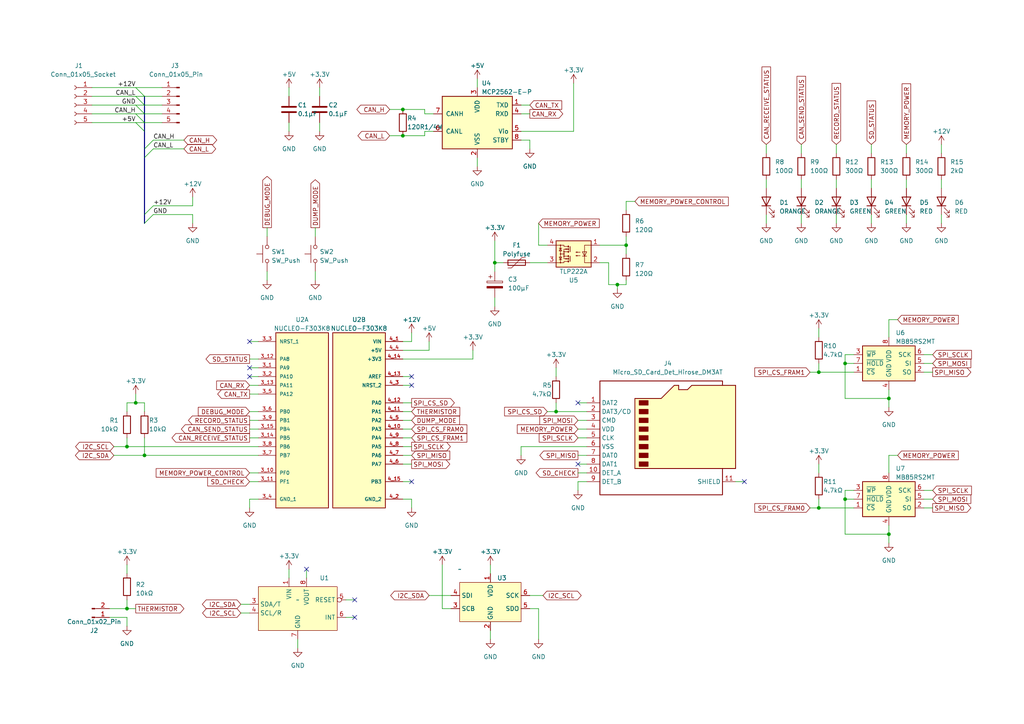
<source format=kicad_sch>
(kicad_sch (version 20230121) (generator eeschema)
  (paper "A4")
  (lib_symbols
    (symbol "Akizuki_BME280_Module:BME280"
      (property "Reference" "U" (at 12.7 2.54 0))
      (symbol "BME280_1_1"
        (pin power_in line (at 8.89 2.54 270) (length 2.54) (name "VDD") (number "1"))
        (pin power_in line (at 8.89 -13.97 90) (length 2.54) (name "GND") (number "2"))
        (pin power_in line (at -2.54 -7.62 0) (length 2.54) (name "SCB") (number "3"))
        (pin input line (at -2.54 -3.81 0) (length 2.54) (name "SDI") (number "4"))
        (pin output line (at 20.32 -7.62 180) (length 2.54) (name "SDO") (number "5"))
        (pin input line (at 20.32 -3.81 180) (length 2.54) (name "SCK") (number "6"))
      )
    )
    (symbol "Akizuki_BNO055_Module:BNO055"
      (property "Reference" "U" (at 6.35 5.08 0))
      (symbol "BNO055_1_1"
        (pin power_in line (at -2.54 6.35 270) (length 2.54) (name "VIN") (number "1"))
        (pin bidirectional line (at -13.97 -1.27 0) (length 2.54) (name "SDA/T") (number "3"))
        (pin bidirectional line (at -13.97 -3.81 0) (length 2.54) (name "SCL/R") (number "4"))
        (pin input inverted (at 13.97 0 180) (length 2.54) (name "RESET") (number "5"))
        (pin output line (at 13.97 -5.08 180) (length 2.54) (name "INT") (number "6"))
        (pin power_in line (at 0 -11.43 90) (length 2.54) (name "GND") (number "7"))
        (pin power_out line (at 2.54 6.35 270) (length 2.54) (name "VOUT") (number "8"))
      )
    )
    (symbol "Connector:Conn_01x02_Pin" (pin_names (offset 1.016) hide)
      (property "Reference" "J" (at 0 2.54 0))
      (property "Value" "Conn_01x02_Pin" (at 0 -5.08 0))
      (symbol "Conn_01x02_Pin_1_1"
        (pin passive line (at 5.08 0 180) (length 3.81) (name "Pin_1") (number "1"))
        (pin passive line (at 5.08 -2.54 180) (length 3.81) (name "Pin_2") (number "2"))
      )
    )
    (symbol "Connector:Conn_01x05_Pin" (pin_names (offset 1.016) hide)
      (property "Reference" "J" (at 0 7.62 0))
      (property "Value" "Conn_01x05_Pin" (at 0 -7.62 0))
      (symbol "Conn_01x05_Pin_1_1"
        (pin passive line (at 5.08 5.08 180) (length 3.81) (name "Pin_1") (number "1"))
        (pin passive line (at 5.08 2.54 180) (length 3.81) (name "Pin_2") (number "2"))
        (pin passive line (at 5.08 0 180) (length 3.81) (name "Pin_3") (number "3"))
        (pin passive line (at 5.08 -2.54 180) (length 3.81) (name "Pin_4") (number "4"))
        (pin passive line (at 5.08 -5.08 180) (length 3.81) (name "Pin_5") (number "5"))
      )
    )
    (symbol "Connector:Conn_01x05_Socket" (pin_names (offset 1.016) hide)
      (property "Reference" "J" (at 0 7.62 0))
      (property "Value" "Conn_01x05_Socket" (at 0 -7.62 0))
      (symbol "Conn_01x05_Socket_1_1"
        (pin passive line (at -5.08 5.08 0) (length 3.81) (name "Pin_1") (number "1"))
        (pin passive line (at -5.08 2.54 0) (length 3.81) (name "Pin_2") (number "2"))
        (pin passive line (at -5.08 0 0) (length 3.81) (name "Pin_3") (number "3"))
        (pin passive line (at -5.08 -2.54 0) (length 3.81) (name "Pin_4") (number "4"))
        (pin passive line (at -5.08 -5.08 0) (length 3.81) (name "Pin_5") (number "5"))
      )
    )
    (symbol "Connector:Micro_SD_Card_Det_Hirose_DM3AT"
      (property "Reference" "J" (at -16.51 17.78 0))
      (property "Value" "Micro_SD_Card_Det_Hirose_DM3AT" (at 16.51 17.78 0))
      (symbol "Micro_SD_Card_Det_Hirose_DM3AT_1_1"
        (pin bidirectional line (at -22.86 10.16 0) (length 3.81) (name "DAT2") (number "1"))
        (pin passive line (at -22.86 -10.16 0) (length 3.81) (name "DET_A") (number "10"))
        (pin passive line (at 20.32 -12.7 180) (length 3.81) (name "SHIELD") (number "11"))
        (pin bidirectional line (at -22.86 7.62 0) (length 3.81) (name "DAT3/CD") (number "2"))
        (pin input line (at -22.86 5.08 0) (length 3.81) (name "CMD") (number "3"))
        (pin power_in line (at -22.86 2.54 0) (length 3.81) (name "VDD") (number "4"))
        (pin input line (at -22.86 0 0) (length 3.81) (name "CLK") (number "5"))
        (pin power_in line (at -22.86 -2.54 0) (length 3.81) (name "VSS") (number "6"))
        (pin bidirectional line (at -22.86 -5.08 0) (length 3.81) (name "DAT0") (number "7"))
        (pin bidirectional line (at -22.86 -7.62 0) (length 3.81) (name "DAT1") (number "8"))
        (pin passive line (at -22.86 -12.7 0) (length 3.81) (name "DET_B") (number "9"))
      )
    )
    (symbol "Device:C" (pin_numbers hide) (pin_names (offset 0.254))
      (property "Reference" "C" (at 0.635 2.54 0))
      (property "Value" "C" (at 0.635 -2.54 0))
      (symbol "C_1_1"
        (pin passive line (at 0 3.81 270) (length 2.794) (name "~") (number "1"))
        (pin passive line (at 0 -3.81 90) (length 2.794) (name "~") (number "2"))
      )
    )
    (symbol "Device:C_Polarized" (pin_numbers hide) (pin_names (offset 0.254))
      (property "Reference" "C" (at 0.635 2.54 0))
      (property "Value" "C_Polarized" (at 0.635 -2.54 0))
      (symbol "C_Polarized_1_1"
        (pin passive line (at 0 3.81 270) (length 2.794) (name "~") (number "1"))
        (pin passive line (at 0 -3.81 90) (length 2.794) (name "~") (number "2"))
      )
    )
    (symbol "Device:LED" (pin_numbers hide) (pin_names (offset 1.016) hide)
      (property "Reference" "D" (at 0 2.54 0))
      (property "Value" "LED" (at 0 -2.54 0))
      (symbol "LED_1_1"
        (pin passive line (at -3.81 0 0) (length 2.54) (name "K") (number "1"))
        (pin passive line (at 3.81 0 180) (length 2.54) (name "A") (number "2"))
      )
    )
    (symbol "Device:Polyfuse" (pin_numbers hide) (pin_names (offset 0))
      (property "Reference" "F" (at -2.54 0 90))
      (property "Value" "Polyfuse" (at 2.54 0 90))
      (symbol "Polyfuse_1_1"
        (pin passive line (at 0 3.81 270) (length 1.27) (name "~") (number "1"))
        (pin passive line (at 0 -3.81 90) (length 1.27) (name "~") (number "2"))
      )
    )
    (symbol "Device:R" (pin_numbers hide) (pin_names (offset 0))
      (property "Reference" "R" (at 2.032 0 90))
      (property "Value" "R" (at 0 0 90))
      (symbol "R_1_1"
        (pin passive line (at 0 3.81 270) (length 1.27) (name "~") (number "1"))
        (pin passive line (at 0 -3.81 90) (length 1.27) (name "~") (number "2"))
      )
    )
    (symbol "Interface_CAN_LIN:MCP2562-E-P" (pin_names (offset 1.016))
      (property "Reference" "U" (at -10.16 8.89 0))
      (property "Value" "MCP2562-E-P" (at 2.54 8.89 0))
      (symbol "MCP2562-E-P_1_1"
        (pin input line (at -12.7 5.08 0) (length 2.54) (name "TXD") (number "1"))
        (pin power_in line (at 0 -10.16 90) (length 2.54) (name "VSS") (number "2"))
        (pin power_in line (at 0 10.16 270) (length 2.54) (name "VDD") (number "3"))
        (pin output line (at -12.7 2.54 0) (length 2.54) (name "RXD") (number "4"))
        (pin power_in line (at -12.7 -2.54 0) (length 2.54) (name "Vio") (number "5"))
        (pin bidirectional line (at 12.7 -2.54 180) (length 2.54) (name "CANL") (number "6"))
        (pin bidirectional line (at 12.7 2.54 180) (length 2.54) (name "CANH") (number "7"))
        (pin input line (at -12.7 -5.08 0) (length 2.54) (name "STBY") (number "8"))
      )
    )
    (symbol "Memory_NVRAM:MB85RS2MT" (pin_names (offset 1.016))
      (property "Reference" "U" (at -7.62 6.35 0))
      (property "Value" "MB85RS2MT" (at 1.27 6.35 0))
      (symbol "MB85RS2MT_1_1"
        (pin input line (at -10.16 -2.54 0) (length 2.54) (name "~{CS}") (number "1"))
        (pin output line (at 10.16 -2.54 180) (length 2.54) (name "SO") (number "2"))
        (pin input line (at -10.16 2.54 0) (length 2.54) (name "~{WP}") (number "3"))
        (pin power_in line (at 0 -7.62 90) (length 2.54) (name "GND") (number "4"))
        (pin input line (at 10.16 0 180) (length 2.54) (name "SI") (number "5"))
        (pin input line (at 10.16 2.54 180) (length 2.54) (name "SCK") (number "6"))
        (pin input line (at -10.16 0 0) (length 2.54) (name "~{HOLD}") (number "7"))
        (pin power_in line (at 0 7.62 270) (length 2.54) (name "VDD") (number "8"))
      )
    )
    (symbol "NUCLEO-F303K8:NUCLEO-F303K8" (pin_names (offset 1.016))
      (property "Reference" "U" (at -7.6292 25.9456 0))
      (property "Value" "NUCLEO-F303K8" (at -7.6233 -27.7005 0))
      (symbol "NUCLEO-F303K8_1_0"
        (pin bidirectional line (at 12.7 15.24 180) (length 5.08) (name "PA9") (number "3_1"))
        (pin bidirectional line (at 12.7 -15.24 180) (length 5.08) (name "PF0") (number "3_10"))
        (pin bidirectional line (at 12.7 -17.78 180) (length 5.08) (name "PF1") (number "3_11"))
        (pin bidirectional line (at 12.7 17.78 180) (length 5.08) (name "PA8") (number "3_12"))
        (pin bidirectional line (at 12.7 10.16 180) (length 5.08) (name "PA11") (number "3_13"))
        (pin bidirectional line (at 12.7 -5.08 180) (length 5.08) (name "PB5") (number "3_14"))
        (pin bidirectional line (at 12.7 -2.54 180) (length 5.08) (name "PB4") (number "3_15"))
        (pin bidirectional line (at 12.7 12.7 180) (length 5.08) (name "PA10") (number "3_2"))
        (pin bidirectional line (at 12.7 22.86 180) (length 5.08) (name "NRST_1") (number "3_3"))
        (pin power_in line (at 12.7 -22.86 180) (length 5.08) (name "GND_1") (number "3_4"))
        (pin bidirectional line (at 12.7 7.62 180) (length 5.08) (name "PA12") (number "3_5"))
        (pin bidirectional line (at 12.7 2.54 180) (length 5.08) (name "PB0") (number "3_6"))
        (pin bidirectional line (at 12.7 -10.16 180) (length 5.08) (name "PB7") (number "3_7"))
        (pin bidirectional line (at 12.7 -7.62 180) (length 5.08) (name "PB6") (number "3_8"))
        (pin bidirectional line (at 12.7 0 180) (length 5.08) (name "PB1") (number "3_9"))
      )
      (symbol "NUCLEO-F303K8_2_0"
        (pin power_in line (at 12.7 22.86 180) (length 5.08) (name "VIN") (number "4_1"))
        (pin bidirectional line (at 12.7 -2.54 180) (length 5.08) (name "PA3") (number "4_10"))
        (pin bidirectional line (at 12.7 2.54 180) (length 5.08) (name "PA1") (number "4_11"))
        (pin bidirectional line (at 12.7 5.08 180) (length 5.08) (name "PA0") (number "4_12"))
        (pin bidirectional line (at 12.7 12.7 180) (length 5.08) (name "AREF") (number "4_13"))
        (pin power_in line (at 12.7 17.78 180) (length 5.08) (name "+3V3") (number "4_14"))
        (pin bidirectional line (at 12.7 -17.78 180) (length 5.08) (name "PB3") (number "4_15"))
        (pin power_in line (at 12.7 -22.86 180) (length 5.08) (name "GND_2") (number "4_2"))
        (pin bidirectional line (at 12.7 10.16 180) (length 5.08) (name "NRST_2") (number "4_3"))
        (pin power_in line (at 12.7 20.32 180) (length 5.08) (name "+5V") (number "4_4"))
        (pin bidirectional line (at 12.7 0 180) (length 5.08) (name "PA2") (number "4_5"))
        (pin bidirectional line (at 12.7 -12.7 180) (length 5.08) (name "PA7") (number "4_6"))
        (pin bidirectional line (at 12.7 -10.16 180) (length 5.08) (name "PA6") (number "4_7"))
        (pin bidirectional line (at 12.7 -7.62 180) (length 5.08) (name "PA5") (number "4_8"))
        (pin bidirectional line (at 12.7 -5.08 180) (length 5.08) (name "PA4") (number "4_9"))
      )
    )
    (symbol "Relay_SolidState:TLP222A"
      (property "Reference" "U" (at -5.08 5.08 0))
      (property "Value" "TLP222A" (at 0 5.08 0))
      (symbol "TLP222A_1_1"
        (pin passive line (at -7.62 2.54 0) (length 2.54) (name "~") (number "1"))
        (pin passive line (at -7.62 -2.54 0) (length 2.54) (name "~") (number "2"))
        (pin passive line (at 7.62 -2.54 180) (length 2.54) (name "~") (number "3"))
        (pin passive line (at 7.62 2.54 180) (length 2.54) (name "~") (number "4"))
      )
    )
    (symbol "Switch:SW_Push" (pin_numbers hide) (pin_names (offset 1.016) hide)
      (property "Reference" "SW" (at 1.27 2.54 0))
      (property "Value" "SW_Push" (at 0 -1.524 0))
      (symbol "SW_Push_0_1"
        (pin passive line (at -5.08 0 0) (length 2.54) (name "1") (number "1"))
        (pin passive line (at 5.08 0 180) (length 2.54) (name "2") (number "2"))
      )
    )
    (symbol "power:+12V" (power) (pin_names (offset 0))
      (property "Value" "+12V" (at 0 3.556 0))
      (symbol "+12V_1_1"
        (pin power_in line (at 0 0 90) (length 0) hide (name "+12V") (number "1"))
      )
    )
    (symbol "power:+3.3V" (power) (pin_names (offset 0))
      (property "Value" "+3.3V" (at 0 3.556 0))
      (symbol "+3.3V_1_1"
        (pin power_in line (at 0 0 90) (length 0) hide (name "+3.3V") (number "1"))
      )
    )
    (symbol "power:+5V" (power) (pin_names (offset 0))
      (property "Value" "+5V" (at 0 3.556 0))
      (symbol "+5V_1_1"
        (pin power_in line (at 0 0 90) (length 0) hide (name "+5V") (number "1"))
      )
    )
    (symbol "power:GND" (power) (pin_names (offset 0))
      (property "Value" "GND" (at 0 -3.81 0))
      (symbol "GND_1_1"
        (pin power_in line (at 0 0 270) (length 0) hide (name "GND") (number "1"))
      )
    )
  )
  (junction (at 237.49 107.95))
  (junction (at 41.91 132.08))
  (junction (at 245.11 105.41))
  (junction (at 36.83 176.53))
  (junction (at 161.29 119.38))
  (junction (at 39.37 116.84))
  (junction (at 245.11 144.78))
  (junction (at 116.84 39.37))
  (junction (at 257.81 115.57))
  (junction (at 181.61 71.12))
  (junction (at 36.83 129.54))
  (junction (at 116.84 31.75))
  (junction (at 257.81 154.94))
  (junction (at 143.51 76.2))
  (junction (at 179.07 82.55))
  (junction (at 237.49 147.32))
  (no_connect (at 72.39 109.22))
  (no_connect (at 119.38 109.22))
  (no_connect (at 72.39 99.06))
  (no_connect (at 215.9 139.7))
  (no_connect (at 119.38 139.7))
  (no_connect (at 119.38 111.76))
  (no_connect (at 88.9 165.1))
  (no_connect (at 102.87 173.99))
  (no_connect (at 102.87 179.07))
  (no_connect (at 72.39 106.68))
  (no_connect (at 167.64 134.62))
  (no_connect (at 167.64 116.84))
  (bus_entry (at 41.91 62.23) (size 2.54 -2.54))
  (bus_entry (at 39.37 33.02) (size 2.54 2.54))
  (bus_entry (at 39.37 30.48) (size 2.54 2.54))
  (bus_entry (at 39.37 27.94) (size 2.54 2.54))
  (bus_entry (at 39.37 25.4) (size 2.54 2.54))
  (bus_entry (at 39.37 35.56) (size 2.54 2.54))
  (bus_entry (at 41.91 64.77) (size 2.54 -2.54))
  (bus_entry (at 41.91 45.72) (size 2.54 -2.54))
  (bus_entry (at 41.91 43.18) (size 2.54 -2.54))
  (wire (pts (xy 173.99 76.2) (xy 176.53 76.2)))
  (wire (pts (xy 157.48 172.72) (xy 153.67 172.72)))
  (wire (pts (xy 242.57 41.91) (xy 242.57 44.45)))
  (wire (pts (xy 46.99 27.94) (xy 41.91 27.94)))
  (wire (pts (xy 267.97 142.24) (xy 270.51 142.24)))
  (wire (pts (xy 116.84 119.38) (xy 119.38 119.38)))
  (wire (pts (xy 44.45 40.64) (xy 53.34 40.64)))
  (wire (pts (xy 72.39 147.32) (xy 72.39 144.78)))
  (wire (pts (xy 181.61 58.42) (xy 181.61 60.96)))
  (wire (pts (xy 151.13 129.54) (xy 170.18 129.54)))
  (wire (pts (xy 36.83 116.84) (xy 39.37 116.84)))
  (wire (pts (xy 245.11 102.87) (xy 245.11 105.41)))
  (wire (pts (xy 181.61 71.12) (xy 173.99 71.12)))
  (wire (pts (xy 116.84 134.62) (xy 119.38 134.62)))
  (wire (pts (xy 143.51 86.36) (xy 143.51 88.9)))
  (wire (pts (xy 222.25 41.91) (xy 222.25 44.45)))
  (wire (pts (xy 156.21 64.77) (xy 156.21 71.12)))
  (wire (pts (xy 247.65 105.41) (xy 245.11 105.41)))
  (wire (pts (xy 116.84 144.78) (xy 119.38 144.78)))
  (wire (pts (xy 181.61 68.58) (xy 181.61 71.12)))
  (wire (pts (xy 167.64 121.92) (xy 170.18 121.92)))
  (wire (pts (xy 41.91 33.02) (xy 39.37 33.02)))
  (wire (pts (xy 72.39 111.76) (xy 74.93 111.76)))
  (wire (pts (xy 247.65 144.78) (xy 245.11 144.78)))
  (wire (pts (xy 267.97 147.32) (xy 270.51 147.32)))
  (wire (pts (xy 167.64 139.7) (xy 170.18 139.7)))
  (wire (pts (xy 128.27 176.53) (xy 130.81 176.53)))
  (wire (pts (xy 36.83 129.54) (xy 74.93 129.54)))
  (wire (pts (xy 116.84 124.46) (xy 119.38 124.46)))
  (bus (pts (xy 41.91 27.94) (xy 41.91 30.48)))
  (wire (pts (xy 267.97 105.41) (xy 270.51 105.41)))
  (wire (pts (xy 116.84 99.06) (xy 119.38 99.06)))
  (bus (pts (xy 41.91 33.02) (xy 41.91 35.56)))
  (bus (pts (xy 41.91 30.48) (xy 41.91 33.02)))
  (wire (pts (xy 116.84 104.14) (xy 137.16 104.14)))
  (wire (pts (xy 232.41 62.23) (xy 232.41 64.77)))
  (wire (pts (xy 176.53 76.2) (xy 176.53 82.55)))
  (wire (pts (xy 116.84 121.92) (xy 119.38 121.92)))
  (wire (pts (xy 72.39 99.06) (xy 74.93 99.06)))
  (bus (pts (xy 41.91 45.72) (xy 41.91 62.23)))
  (wire (pts (xy 41.91 27.94) (xy 39.37 27.94)))
  (wire (pts (xy 245.11 144.78) (xy 245.11 154.94)))
  (wire (pts (xy 252.73 41.91) (xy 252.73 44.45)))
  (wire (pts (xy 116.84 127) (xy 119.38 127)))
  (wire (pts (xy 153.67 40.64) (xy 153.67 43.18)))
  (wire (pts (xy 77.47 66.04) (xy 77.47 68.58)))
  (wire (pts (xy 83.82 25.4) (xy 83.82 27.94)))
  (wire (pts (xy 222.25 62.23) (xy 222.25 64.77)))
  (wire (pts (xy 26.67 33.02) (xy 39.37 33.02)))
  (wire (pts (xy 91.44 66.04) (xy 91.44 68.58)))
  (wire (pts (xy 41.91 132.08) (xy 74.93 132.08)))
  (wire (pts (xy 39.37 116.84) (xy 41.91 116.84)))
  (wire (pts (xy 142.24 185.42) (xy 142.24 182.88)))
  (wire (pts (xy 36.83 163.83) (xy 36.83 166.37)))
  (wire (pts (xy 36.83 176.53) (xy 39.37 176.53)))
  (wire (pts (xy 124.46 172.72) (xy 130.81 172.72)))
  (wire (pts (xy 151.13 30.48) (xy 153.67 30.48)))
  (wire (pts (xy 245.11 115.57) (xy 257.81 115.57)))
  (wire (pts (xy 41.91 116.84) (xy 41.91 119.38)))
  (wire (pts (xy 232.41 52.07) (xy 232.41 54.61)))
  (wire (pts (xy 151.13 33.02) (xy 153.67 33.02)))
  (wire (pts (xy 237.49 134.62) (xy 237.49 137.16)))
  (bus (pts (xy 41.91 62.23) (xy 41.91 64.77)))
  (wire (pts (xy 247.65 102.87) (xy 245.11 102.87)))
  (wire (pts (xy 72.39 121.92) (xy 74.93 121.92)))
  (bus (pts (xy 41.91 35.56) (xy 41.91 38.1)))
  (wire (pts (xy 158.75 119.38) (xy 161.29 119.38)))
  (wire (pts (xy 247.65 142.24) (xy 245.11 142.24)))
  (wire (pts (xy 273.05 52.07) (xy 273.05 54.61)))
  (wire (pts (xy 167.64 139.7) (xy 167.64 142.24)))
  (wire (pts (xy 257.81 154.94) (xy 257.81 157.48)))
  (wire (pts (xy 33.02 132.08) (xy 41.91 132.08)))
  (wire (pts (xy 36.83 181.61) (xy 36.83 179.07)))
  (wire (pts (xy 55.88 59.69) (xy 44.45 59.69)))
  (wire (pts (xy 113.03 31.75) (xy 116.84 31.75)))
  (wire (pts (xy 41.91 35.56) (xy 46.99 35.56)))
  (wire (pts (xy 83.82 165.1) (xy 83.82 167.64)))
  (wire (pts (xy 143.51 76.2) (xy 146.05 76.2)))
  (wire (pts (xy 222.25 52.07) (xy 222.25 54.61)))
  (wire (pts (xy 55.88 57.15) (xy 55.88 59.69)))
  (wire (pts (xy 123.19 33.02) (xy 123.19 31.75)))
  (wire (pts (xy 242.57 62.23) (xy 242.57 64.77)))
  (wire (pts (xy 237.49 144.78) (xy 237.49 147.32)))
  (wire (pts (xy 161.29 106.68) (xy 161.29 109.22)))
  (wire (pts (xy 167.64 124.46) (xy 170.18 124.46)))
  (wire (pts (xy 167.64 127) (xy 170.18 127)))
  (wire (pts (xy 116.84 101.6) (xy 124.46 101.6)))
  (wire (pts (xy 113.03 39.37) (xy 116.84 39.37)))
  (wire (pts (xy 41.91 30.48) (xy 39.37 30.48)))
  (wire (pts (xy 260.35 132.08) (xy 257.81 132.08)))
  (wire (pts (xy 179.07 82.55) (xy 179.07 83.82)))
  (wire (pts (xy 92.71 35.56) (xy 92.71 38.1)))
  (wire (pts (xy 41.91 127) (xy 41.91 132.08)))
  (wire (pts (xy 267.97 102.87) (xy 270.51 102.87)))
  (wire (pts (xy 39.37 25.4) (xy 46.99 25.4)))
  (wire (pts (xy 124.46 99.06) (xy 124.46 101.6)))
  (wire (pts (xy 72.39 124.46) (xy 74.93 124.46)))
  (wire (pts (xy 31.75 179.07) (xy 36.83 179.07)))
  (wire (pts (xy 128.27 163.83) (xy 128.27 176.53)))
  (wire (pts (xy 138.43 45.72) (xy 138.43 48.26)))
  (wire (pts (xy 153.67 76.2) (xy 158.75 76.2)))
  (wire (pts (xy 33.02 129.54) (xy 36.83 129.54)))
  (wire (pts (xy 267.97 144.78) (xy 270.51 144.78)))
  (wire (pts (xy 39.37 114.3) (xy 39.37 116.84)))
  (wire (pts (xy 257.81 113.03) (xy 257.81 115.57)))
  (wire (pts (xy 72.39 109.22) (xy 74.93 109.22)))
  (wire (pts (xy 26.67 30.48) (xy 39.37 30.48)))
  (wire (pts (xy 143.51 76.2) (xy 143.51 78.74)))
  (wire (pts (xy 44.45 43.18) (xy 53.34 43.18)))
  (wire (pts (xy 156.21 176.53) (xy 153.67 176.53)))
  (wire (pts (xy 167.64 116.84) (xy 170.18 116.84)))
  (wire (pts (xy 167.64 132.08) (xy 170.18 132.08)))
  (wire (pts (xy 151.13 132.08) (xy 151.13 129.54)))
  (wire (pts (xy 36.83 119.38) (xy 36.83 116.84)))
  (wire (pts (xy 237.49 147.32) (xy 247.65 147.32)))
  (wire (pts (xy 125.73 33.02) (xy 123.19 33.02)))
  (wire (pts (xy 167.64 137.16) (xy 170.18 137.16)))
  (wire (pts (xy 119.38 139.7) (xy 116.84 139.7)))
  (wire (pts (xy 69.85 175.26) (xy 72.39 175.26)))
  (wire (pts (xy 156.21 185.42) (xy 156.21 176.53)))
  (wire (pts (xy 100.33 179.07) (xy 102.87 179.07)))
  (wire (pts (xy 232.41 41.91) (xy 232.41 44.45)))
  (wire (pts (xy 36.83 173.99) (xy 36.83 176.53)))
  (wire (pts (xy 245.11 154.94) (xy 257.81 154.94)))
  (wire (pts (xy 92.71 25.4) (xy 92.71 27.94)))
  (wire (pts (xy 116.84 129.54) (xy 119.38 129.54)))
  (wire (pts (xy 86.36 185.42) (xy 86.36 187.96)))
  (wire (pts (xy 91.44 78.74) (xy 91.44 81.28)))
  (wire (pts (xy 184.15 58.42) (xy 181.61 58.42)))
  (wire (pts (xy 234.95 147.32) (xy 237.49 147.32)))
  (wire (pts (xy 77.47 78.74) (xy 77.47 81.28)))
  (wire (pts (xy 245.11 142.24) (xy 245.11 144.78)))
  (bus (pts (xy 41.91 38.1) (xy 41.91 43.18)))
  (wire (pts (xy 123.19 38.1) (xy 123.19 39.37)))
  (wire (pts (xy 116.84 132.08) (xy 119.38 132.08)))
  (wire (pts (xy 213.36 139.7) (xy 215.9 139.7)))
  (wire (pts (xy 72.39 127) (xy 74.93 127)))
  (wire (pts (xy 88.9 165.1) (xy 88.9 167.64)))
  (wire (pts (xy 156.21 71.12) (xy 158.75 71.12)))
  (wire (pts (xy 262.89 52.07) (xy 262.89 54.61)))
  (wire (pts (xy 72.39 137.16) (xy 74.93 137.16)))
  (wire (pts (xy 242.57 52.07) (xy 242.57 54.61)))
  (wire (pts (xy 234.95 107.95) (xy 237.49 107.95)))
  (wire (pts (xy 26.67 25.4) (xy 39.37 25.4)))
  (wire (pts (xy 41.91 30.48) (xy 46.99 30.48)))
  (wire (pts (xy 142.24 163.83) (xy 142.24 166.37)))
  (wire (pts (xy 245.11 105.41) (xy 245.11 115.57)))
  (wire (pts (xy 237.49 107.95) (xy 247.65 107.95)))
  (wire (pts (xy 167.64 134.62) (xy 170.18 134.62)))
  (wire (pts (xy 257.81 92.71) (xy 257.81 97.79)))
  (wire (pts (xy 252.73 62.23) (xy 252.73 64.77)))
  (wire (pts (xy 100.33 173.99) (xy 102.87 173.99)))
  (wire (pts (xy 181.61 71.12) (xy 181.61 73.66)))
  (wire (pts (xy 31.75 176.53) (xy 36.83 176.53)))
  (wire (pts (xy 72.39 114.3) (xy 74.93 114.3)))
  (wire (pts (xy 166.37 24.13) (xy 166.37 38.1)))
  (wire (pts (xy 161.29 119.38) (xy 170.18 119.38)))
  (bus (pts (xy 41.91 43.18) (xy 41.91 45.72)))
  (wire (pts (xy 137.16 101.6) (xy 137.16 104.14)))
  (wire (pts (xy 119.38 147.32) (xy 119.38 144.78)))
  (wire (pts (xy 179.07 82.55) (xy 181.61 82.55)))
  (wire (pts (xy 116.84 39.37) (xy 123.19 39.37)))
  (wire (pts (xy 41.91 35.56) (xy 39.37 35.56)))
  (wire (pts (xy 260.35 92.71) (xy 257.81 92.71)))
  (wire (pts (xy 237.49 105.41) (xy 237.49 107.95)))
  (wire (pts (xy 273.05 41.91) (xy 273.05 44.45)))
  (wire (pts (xy 41.91 33.02) (xy 46.99 33.02)))
  (wire (pts (xy 119.38 109.22) (xy 116.84 109.22)))
  (wire (pts (xy 273.05 62.23) (xy 273.05 64.77)))
  (wire (pts (xy 119.38 111.76) (xy 116.84 111.76)))
  (wire (pts (xy 262.89 41.91) (xy 262.89 44.45)))
  (wire (pts (xy 262.89 62.23) (xy 262.89 64.77)))
  (wire (pts (xy 55.88 62.23) (xy 44.45 62.23)))
  (wire (pts (xy 143.51 69.85) (xy 143.51 76.2)))
  (wire (pts (xy 69.85 177.8) (xy 72.39 177.8)))
  (wire (pts (xy 161.29 116.84) (xy 161.29 119.38)))
  (wire (pts (xy 119.38 96.52) (xy 119.38 99.06)))
  (wire (pts (xy 138.43 22.86) (xy 138.43 25.4)))
  (wire (pts (xy 151.13 38.1) (xy 166.37 38.1)))
  (wire (pts (xy 237.49 95.25) (xy 237.49 97.79)))
  (wire (pts (xy 151.13 40.64) (xy 153.67 40.64)))
  (wire (pts (xy 72.39 144.78) (xy 74.93 144.78)))
  (wire (pts (xy 257.81 132.08) (xy 257.81 137.16)))
  (wire (pts (xy 116.84 116.84) (xy 119.38 116.84)))
  (wire (pts (xy 72.39 106.68) (xy 74.93 106.68)))
  (wire (pts (xy 72.39 104.14) (xy 74.93 104.14)))
  (wire (pts (xy 72.39 119.38) (xy 74.93 119.38)))
  (wire (pts (xy 176.53 82.55) (xy 179.07 82.55)))
  (wire (pts (xy 36.83 127) (xy 36.83 129.54)))
  (wire (pts (xy 125.73 38.1) (xy 123.19 38.1)))
  (wire (pts (xy 83.82 35.56) (xy 83.82 38.1)))
  (wire (pts (xy 72.39 139.7) (xy 74.93 139.7)))
  (wire (pts (xy 252.73 52.07) (xy 252.73 54.61)))
  (wire (pts (xy 26.67 35.56) (xy 39.37 35.56)))
  (wire (pts (xy 267.97 107.95) (xy 270.51 107.95)))
  (wire (pts (xy 116.84 31.75) (xy 123.19 31.75)))
  (wire (pts (xy 181.61 82.55) (xy 181.61 81.28)))
  (wire (pts (xy 26.67 27.94) (xy 39.37 27.94)))
  (wire (pts (xy 257.81 115.57) (xy 257.81 118.11)))
  (wire (pts (xy 257.81 152.4) (xy 257.81 154.94)))
  (wire (pts (xy 55.88 64.77) (xy 55.88 62.23)))
  (label "+5V" (at 39.37 35.56 180))
  (label "+12V" (at 39.37 25.4 180))
  (label "GND" (at 39.37 30.48 180))
  (label "GND" (at 44.45 62.23 0))
  (label "CAN_H" (at 44.45 40.64 0))
  (label "CAN_L" (at 39.37 27.94 180))
  (label "CAN_H" (at 39.37 33.02 180))
  (label "+12V" (at 44.45 59.69 0))
  (label "CAN_L" (at 44.45 43.18 0))
  (global_label "SPI_CS_SD" (shape input) (at 158.75 119.38 180) (property "Intersheetrefs" "${INTERSHEET_REFS}" (effects hide)))
  (global_label "DUMP_MODE" (shape output) (at 91.44 66.04 90) (property "Intersheetrefs" "${INTERSHEET_REFS}" (effects hide)))
  (global_label "MEMORY_POWER_CONTROL" (shape input) (at 184.15 58.42 0) (property "Intersheetrefs" "${INTERSHEET_REFS}" (effects hide)))
  (global_label "SPI_MISO" (shape output) (at 167.64 132.08 180) (property "Intersheetrefs" "${INTERSHEET_REFS}" (effects hide)))
  (global_label "SPI_MISO" (shape output) (at 270.51 107.95 0) (property "Intersheetrefs" "${INTERSHEET_REFS}" (effects hide)))
  (global_label "CAN_L" (shape bidirectional) (at 113.03 39.37 180) (property "Intersheetrefs" "${INTERSHEET_REFS}" (effects hide)))
  (global_label "SD_CHECK" (shape input) (at 72.39 139.7 180) (property "Intersheetrefs" "${INTERSHEET_REFS}" (effects hide)))
  (global_label "SPI_SCLK" (shape input) (at 270.51 102.87 0) (property "Intersheetrefs" "${INTERSHEET_REFS}" (effects hide)))
  (global_label "MEMORY_POWER_CONTROL" (shape input) (at 72.39 137.16 180) (property "Intersheetrefs" "${INTERSHEET_REFS}" (effects hide)))
  (global_label "MEMORY_POWER" (shape input) (at 260.35 132.08 0) (property "Intersheetrefs" "${INTERSHEET_REFS}" (effects hide)))
  (global_label "CAN_TX" (shape input) (at 153.67 30.48 0) (property "Intersheetrefs" "${INTERSHEET_REFS}" (effects hide)))
  (global_label "DEBUG_MODE" (shape input) (at 72.39 119.38 180) (property "Intersheetrefs" "${INTERSHEET_REFS}" (effects hide)))
  (global_label "I2C_SCL" (shape bidirectional) (at 33.02 129.54 180) (property "Intersheetrefs" "${INTERSHEET_REFS}" (effects hide)))
  (global_label "SPI_SCLK" (shape input) (at 270.51 142.24 0) (property "Intersheetrefs" "${INTERSHEET_REFS}" (effects hide)))
  (global_label "SPI_MOSI" (shape input) (at 270.51 144.78 0) (property "Intersheetrefs" "${INTERSHEET_REFS}" (effects hide)))
  (global_label "CAN_H" (shape bidirectional) (at 113.03 31.75 180) (property "Intersheetrefs" "${INTERSHEET_REFS}" (effects hide)))
  (global_label "MEMORY_POWER" (shape input) (at 260.35 92.71 0) (property "Intersheetrefs" "${INTERSHEET_REFS}" (effects hide)))
  (global_label "SPI_MOSI" (shape input) (at 270.51 105.41 0) (property "Intersheetrefs" "${INTERSHEET_REFS}" (effects hide)))
  (global_label "CAN_RX" (shape output) (at 153.67 33.02 0) (property "Intersheetrefs" "${INTERSHEET_REFS}" (effects hide)))
  (global_label "I2C_SDA" (shape bidirectional) (at 33.02 132.08 180) (property "Intersheetrefs" "${INTERSHEET_REFS}" (effects hide)))
  (global_label "I2C_SDA" (shape bidirectional) (at 124.46 172.72 180) (property "Intersheetrefs" "${INTERSHEET_REFS}" (effects hide)))
  (global_label "CAN_L" (shape bidirectional) (at 53.34 43.18 0) (property "Intersheetrefs" "${INTERSHEET_REFS}" (effects hide)))
  (global_label "CAN_RECEIVE_STATUS" (shape input) (at 222.25 41.91 90) (property "Intersheetrefs" "${INTERSHEET_REFS}" (effects hide)))
  (global_label "CAN_TX" (shape output) (at 72.39 114.3 180) (property "Intersheetrefs" "${INTERSHEET_REFS}" (effects hide)))
  (global_label "SD_STATUS" (shape output) (at 72.39 104.14 180) (property "Intersheetrefs" "${INTERSHEET_REFS}" (effects hide)))
  (global_label "MEMORY_POWER" (shape input) (at 156.21 64.77 0) (property "Intersheetrefs" "${INTERSHEET_REFS}" (effects hide)))
  (global_label "DUMP_MODE" (shape input) (at 119.38 121.92 0) (property "Intersheetrefs" "${INTERSHEET_REFS}" (effects hide)))
  (global_label "SPI_MISO" (shape output) (at 270.51 147.32 0) (property "Intersheetrefs" "${INTERSHEET_REFS}" (effects hide)))
  (global_label "SPI_SCLK" (shape input) (at 167.64 127 180) (property "Intersheetrefs" "${INTERSHEET_REFS}" (effects hide)))
  (global_label "THERMISTOR" (shape input) (at 119.38 119.38 0) (property "Intersheetrefs" "${INTERSHEET_REFS}" (effects hide)))
  (global_label "SPI_CS_FRAM0" (shape input) (at 234.95 147.32 180) (property "Intersheetrefs" "${INTERSHEET_REFS}" (effects hide)))
  (global_label "SPI_MOSI" (shape input) (at 167.64 121.92 180) (property "Intersheetrefs" "${INTERSHEET_REFS}" (effects hide)))
  (global_label "CAN_RX" (shape input) (at 72.39 111.76 180) (property "Intersheetrefs" "${INTERSHEET_REFS}" (effects hide)))
  (global_label "SPI_MOSI" (shape output) (at 119.38 134.62 0) (property "Intersheetrefs" "${INTERSHEET_REFS}" (effects hide)))
  (global_label "DEBUG_MODE" (shape output) (at 77.47 66.04 90) (property "Intersheetrefs" "${INTERSHEET_REFS}" (effects hide)))
  (global_label "THERMISTOR" (shape output) (at 39.37 176.53 0) (property "Intersheetrefs" "${INTERSHEET_REFS}" (effects hide)))
  (global_label "I2C_SDA" (shape bidirectional) (at 69.85 175.26 180) (property "Intersheetrefs" "${INTERSHEET_REFS}" (effects hide)))
  (global_label "CAN_SEND_STATUS" (shape input) (at 232.41 41.91 90) (property "Intersheetrefs" "${INTERSHEET_REFS}" (effects hide)))
  (global_label "CAN_RECEIVE_STATUS" (shape output) (at 72.39 127 180) (property "Intersheetrefs" "${INTERSHEET_REFS}" (effects hide)))
  (global_label "SD_CHECK" (shape output) (at 167.64 137.16 180) (property "Intersheetrefs" "${INTERSHEET_REFS}" (effects hide)))
  (global_label "SPI_CS_FRAM1" (shape input) (at 234.95 107.95 180) (property "Intersheetrefs" "${INTERSHEET_REFS}" (effects hide)))
  (global_label "I2C_SCL" (shape bidirectional) (at 157.48 172.72 0) (property "Intersheetrefs" "${INTERSHEET_REFS}" (effects hide)))
  (global_label "SPI_MISO" (shape input) (at 119.38 132.08 0) (property "Intersheetrefs" "${INTERSHEET_REFS}" (effects hide)))
  (global_label "I2C_SCL" (shape bidirectional) (at 69.85 177.8 180) (property "Intersheetrefs" "${INTERSHEET_REFS}" (effects hide)))
  (global_label "RECORD_STATUS" (shape output) (at 72.39 121.92 180) (property "Intersheetrefs" "${INTERSHEET_REFS}" (effects hide)))
  (global_label "SPI_CS_FRAM1" (shape input) (at 119.38 127 0) (property "Intersheetrefs" "${INTERSHEET_REFS}" (effects hide)))
  (global_label "SPI_CS_FRAM0" (shape input) (at 119.38 124.46 0) (property "Intersheetrefs" "${INTERSHEET_REFS}" (effects hide)))
  (global_label "CAN_H" (shape bidirectional) (at 53.34 40.64 0) (property "Intersheetrefs" "${INTERSHEET_REFS}" (effects hide)))
  (global_label "SPI_SCLK" (shape output) (at 119.38 129.54 0) (property "Intersheetrefs" "${INTERSHEET_REFS}" (effects hide)))
  (global_label "CAN_SEND_STATUS" (shape output) (at 72.39 124.46 180) (property "Intersheetrefs" "${INTERSHEET_REFS}" (effects hide)))
  (global_label "MEMORY_POWER" (shape input) (at 167.64 124.46 180) (property "Intersheetrefs" "${INTERSHEET_REFS}" (effects hide)))
  (global_label "SPI_CS_SD" (shape output) (at 119.38 116.84 0) (property "Intersheetrefs" "${INTERSHEET_REFS}" (effects hide)))
  (global_label "SD_STATUS" (shape input) (at 252.73 41.91 90) (property "Intersheetrefs" "${INTERSHEET_REFS}" (effects hide)))
  (global_label "RECORD_STATUS" (shape input) (at 242.57 41.91 90) (property "Intersheetrefs" "${INTERSHEET_REFS}" (effects hide)))
  (global_label "MEMORY_POWER" (shape input) (at 262.89 41.91 90) (property "Intersheetrefs" "${INTERSHEET_REFS}" (effects hide)))
  (symbol (lib_id "power:GND") (at 262.89 64.77 0) (unit 1)
    (property "Reference" "#PWR041" (effects hide))
    (property "Value" "GND" (at 262.89 69.85 0))
  )
  (symbol (lib_id "Device:R") (at 181.61 64.77 0) (unit 1)
    (property "Reference" "R6" (at 184.15 64.135 0) (effects (justify left)))
    (property "Value" "120Ω" (at 184.15 66.675 0) (effects (justify left)))
    (property "Footprint" "Resistor_SMD:R_0603_1608Metric_Pad0.98x0.95mm_HandSolder" (effects hide))
  )
  (symbol (lib_id "Device:LED") (at 252.73 58.42 90) (unit 1)
    (property "Reference" "D4" (at 256.54 58.7374 90) (effects (justify right)))
    (property "Value" "GREEN" (at 256.54 61.2774 90) (effects (justify right)))
    (property "Footprint" "LED_SMD:LED_0603_1608Metric_Pad1.05x0.95mm_HandSolder" (effects hide))
  )
  (symbol (lib_id "power:GND") (at 257.81 157.48 0) (unit 1)
    (property "Reference" "#PWR040" (effects hide))
    (property "Value" "GND" (at 257.81 162.56 0))
  )
  (symbol (lib_id "power:+3.3V") (at 83.82 165.1 0) (unit 1)
    (property "Reference" "#PWR010" (effects hide))
    (property "Value" "+3.3V" (at 83.82 161.29 0))
  )
  (symbol (lib_id "Device:R") (at 252.73 48.26 0) (unit 1)
    (property "Reference" "R13" (at 255.27 46.9899 0) (effects (justify left)))
    (property "Value" "300Ω" (at 255.27 49.5299 0) (effects (justify left)))
    (property "Footprint" "Resistor_SMD:R_0603_1608Metric_Pad0.98x0.95mm_HandSolder" (effects hide))
  )
  (symbol (lib_id "power:+3.3V") (at 161.29 106.68 0) (mirror y) (unit 1)
    (property "Reference" "#PWR029" (effects hide))
    (property "Value" "+3.3V" (at 161.29 102.87 0))
  )
  (symbol (lib_id "Device:R") (at 232.41 48.26 0) (unit 1)
    (property "Reference" "R9" (at 234.95 46.9899 0) (effects (justify left)))
    (property "Value" "100Ω" (at 234.95 49.5299 0) (effects (justify left)))
    (property "Footprint" "Resistor_SMD:R_0603_1608Metric_Pad0.98x0.95mm_HandSolder" (effects hide))
  )
  (symbol (lib_id "power:GND") (at 222.25 64.77 0) (unit 1)
    (property "Reference" "#PWR033" (effects hide))
    (property "Value" "GND" (at 222.25 69.85 0))
  )
  (symbol (lib_id "Device:R") (at 273.05 48.26 0) (unit 1)
    (property "Reference" "R15" (at 275.59 46.9899 0) (effects (justify left)))
    (property "Value" "2kΩ" (at 275.59 49.5299 0) (effects (justify left)))
    (property "Footprint" "Resistor_SMD:R_0603_1608Metric_Pad0.98x0.95mm_HandSolder" (effects hide))
  )
  (symbol (lib_id "power:GND") (at 151.13 132.08 0) (unit 1)
    (property "Reference" "#PWR026" (effects hide))
    (property "Value" "GND" (at 151.13 137.16 0))
  )
  (symbol (lib_id "Switch:SW_Push") (at 91.44 73.66 90) (unit 1)
    (property "Reference" "SW2" (at 92.71 73.025 90) (effects (justify right)))
    (property "Value" "SW_Push" (at 92.71 75.565 90) (effects (justify right)))
    (property "Footprint" "Button_Switch_THT:SW_PUSH_6mm" (effects hide))
  )
  (symbol (lib_id "power:+12V") (at 273.05 41.91 0) (unit 1)
    (property "Reference" "#PWR042" (effects hide))
    (property "Value" "+12V" (at 273.05 38.1 0))
  )
  (symbol (lib_id "Device:R") (at 36.83 170.18 0) (unit 1)
    (property "Reference" "R2" (at 39.37 169.545 0) (effects (justify left)))
    (property "Value" "10kΩ" (at 39.37 172.085 0) (effects (justify left)))
    (property "Footprint" "Resistor_SMD:R_0603_1608Metric_Pad0.98x0.95mm_HandSolder" (effects hide))
  )
  (symbol (lib_id "power:GND") (at 36.83 181.61 0) (unit 1)
    (property "Reference" "#PWR02" (effects hide))
    (property "Value" "GND" (at 36.83 186.69 0))
  )
  (symbol (lib_id "power:+5V") (at 124.46 99.06 0) (unit 1)
    (property "Reference" "#PWR017" (effects hide))
    (property "Value" "+5V" (at 124.46 95.25 0))
  )
  (symbol (lib_id "power:+3.3V") (at 237.49 95.25 0) (unit 1)
    (property "Reference" "#PWR035" (effects hide))
    (property "Value" "+3.3V" (at 237.49 91.44 0))
  )
  (symbol (lib_id "power:GND") (at 252.73 64.77 0) (unit 1)
    (property "Reference" "#PWR038" (effects hide))
    (property "Value" "GND" (at 252.73 69.85 0))
  )
  (symbol (lib_id "Device:LED") (at 242.57 58.42 90) (unit 1)
    (property "Reference" "D3" (at 246.38 58.7374 90) (effects (justify right)))
    (property "Value" "GREEN" (at 246.38 61.2774 90) (effects (justify right)))
    (property "Footprint" "LED_SMD:LED_0603_1608Metric_Pad1.05x0.95mm_HandSolder" (effects hide))
  )
  (symbol (lib_id "Device:R") (at 161.29 113.03 0) (mirror y) (unit 1)
    (property "Reference" "R5" (at 160.02 111.76 0) (effects (justify left)))
    (property "Value" "4.7kΩ" (at 160.02 114.3 0) (effects (justify left)))
    (property "Footprint" "Resistor_SMD:R_0603_1608Metric_Pad0.98x0.95mm_HandSolder" (effects hide))
  )
  (symbol (lib_id "Connector:Conn_01x02_Pin") (at 26.67 179.07 0) (mirror x) (unit 1)
    (property "Reference" "J2" (at 27.305 182.88 0))
    (property "Value" "Conn_01x02_Pin" (at 27.305 180.34 0))
    (property "Footprint" "Hirose_Connector:Hirose_DF1B" (effects hide))
  )
  (symbol (lib_id "Device:C") (at 92.71 31.75 0) (unit 1)
    (property "Reference" "C2" (at 95.25 30.48 0) (effects (justify left)))
    (property "Value" "0.1μF" (at 95.25 33.02 0) (effects (justify left)))
    (property "Footprint" "Capacitor_SMD:C_0805_2012Metric_Pad1.18x1.45mm_HandSolder" (effects hide))
  )
  (symbol (lib_id "power:+3.3V") (at 92.71 25.4 0) (unit 1)
    (property "Reference" "#PWR013" (effects hide))
    (property "Value" "+3.3V" (at 92.71 21.59 0))
  )
  (symbol (lib_id "Connector:Conn_01x05_Socket") (at 21.59 30.48 0) (mirror y) (unit 1)
    (property "Reference" "J1" (at 22.86 19.05 0))
    (property "Value" "Conn_01x05_Socket" (at 24.13 21.59 0))
    (property "Footprint" "Connector_PinSocket_2.54mm:PinSocket_1x05_P2.54mm_Vertical" (effects hide))
  )
  (symbol (lib_id "power:+3.3V") (at 137.16 101.6 0) (unit 1)
    (property "Reference" "#PWR019" (effects hide))
    (property "Value" "+3.3V" (at 137.16 97.79 0))
  )
  (symbol (lib_id "power:+12V") (at 55.88 57.15 0) (mirror y) (unit 1)
    (property "Reference" "#PWR04" (effects hide))
    (property "Value" "+12V" (at 55.88 53.34 0))
  )
  (symbol (lib_id "Device:R") (at 242.57 48.26 0) (unit 1)
    (property "Reference" "R12" (at 245.11 46.9899 0) (effects (justify left)))
    (property "Value" "300Ω" (at 245.11 49.5299 0) (effects (justify left)))
    (property "Footprint" "Resistor_SMD:R_0603_1608Metric_Pad0.98x0.95mm_HandSolder" (effects hide))
  )
  (symbol (lib_id "power:+3.3V") (at 128.27 163.83 0) (unit 1)
    (property "Reference" "#PWR018" (effects hide))
    (property "Value" "+3.3V" (at 128.27 160.02 0))
  )
  (symbol (lib_id "Memory_NVRAM:MB85RS2MT") (at 257.81 144.78 0) (unit 1)
    (property "Reference" "U7" (at 259.7659 135.89 0) (effects (justify left)))
    (property "Value" "MB85RS2MT" (at 259.7659 138.43 0) (effects (justify left)))
    (property "Footprint" "Package_DIP:DIP-8_W7.62mm" (effects hide))
    (property "Datasheet" "http://www.fujitsu.com/downloads/MICRO/fsa/pdf/products/memory/fram/MB85RS16-DS501-00014-6v0-E.pdf" (effects hide))
  )
  (symbol (lib_id "Interface_CAN_LIN:MCP2562-E-P") (at 138.43 35.56 0) (mirror y) (unit 1)
    (property "Reference" "U4" (at 139.7 24.13 0) (effects (justify right)))
    (property "Value" "MCP2562-E-P" (at 139.7 26.67 0) (effects (justify right)))
    (property "Footprint" "Package_DIP:DIP-8_W7.62mm" (effects hide))
    (property "Datasheet" "http://ww1.microchip.com/downloads/en/DeviceDoc/25167A.pdf" (effects hide))
  )
  (symbol (lib_id "power:+5V") (at 83.82 25.4 0) (unit 1)
    (property "Reference" "#PWR08" (effects hide))
    (property "Value" "+5V" (at 83.82 21.59 0))
  )
  (symbol (lib_id "power:GND") (at 142.24 185.42 0) (unit 1)
    (property "Reference" "#PWR023" (effects hide))
    (property "Value" "GND" (at 142.24 190.5 0))
  )
  (symbol (lib_id "power:GND") (at 119.38 147.32 0) (unit 1)
    (property "Reference" "#PWR016" (effects hide))
    (property "Value" "GND" (at 119.38 152.4 0))
  )
  (symbol (lib_id "Device:R") (at 262.89 48.26 0) (unit 1)
    (property "Reference" "R14" (at 265.43 46.9899 0) (effects (justify left)))
    (property "Value" "300Ω" (at 265.43 49.5299 0) (effects (justify left)))
    (property "Footprint" "Resistor_SMD:R_0603_1608Metric_Pad0.98x0.95mm_HandSolder" (effects hide))
  )
  (symbol (lib_id "Device:Polyfuse") (at 149.86 76.2 90) (unit 1)
    (property "Reference" "F1" (at 149.86 71.12 90))
    (property "Value" "Polyfuse" (at 149.86 73.66 90))
    (property "Footprint" "Fuse:Fuse_1206_3216Metric_Pad1.42x1.75mm_HandSolder" (effects hide))
  )
  (symbol (lib_id "power:GND") (at 257.81 118.11 0) (unit 1)
    (property "Reference" "#PWR039" (effects hide))
    (property "Value" "GND" (at 257.81 123.19 0))
  )
  (symbol (lib_id "Device:R") (at 237.49 140.97 0) (unit 1)
    (property "Reference" "R11" (at 238.76 139.7 0) (effects (justify left)))
    (property "Value" "4.7kΩ" (at 238.76 142.24 0) (effects (justify left)))
    (property "Footprint" "Resistor_SMD:R_0603_1608Metric_Pad0.98x0.95mm_HandSolder" (effects hide))
  )
  (symbol (lib_id "Akizuki_BME280_Module:BME280") (at 133.35 168.91 0) (unit 1)
    (property "Reference" "U3" (at 144.1959 167.64 0) (effects (justify left)))
    (property "Value" "~" (at 133.35 165.1 0))
    (property "Footprint" "Akizuki_BME280_Module:BME280" (effects hide))
  )
  (symbol (lib_id "Device:C") (at 83.82 31.75 0) (unit 1)
    (property "Reference" "C1" (at 86.36 30.48 0) (effects (justify left)))
    (property "Value" "0.1μF" (at 86.36 33.02 0) (effects (justify left)))
    (property "Footprint" "Capacitor_SMD:C_0805_2012Metric_Pad1.18x1.45mm_HandSolder" (effects hide))
  )
  (symbol (lib_id "Relay_SolidState:TLP222A") (at 166.37 73.66 0) (mirror y) (unit 1)
    (property "Reference" "U5" (at 166.37 81.28 0))
    (property "Value" "TLP222A" (at 166.37 78.74 0))
    (property "Footprint" "Package_DIP:DIP-4_W7.62mm" (effects hide))
    (property "Datasheet" "https://toshiba.semicon-storage.com/info/docget.jsp?did=17036&prodName=TLP222A" (effects hide))
  )
  (symbol (lib_id "power:GND") (at 232.41 64.77 0) (unit 1)
    (property "Reference" "#PWR034" (effects hide))
    (property "Value" "GND" (at 232.41 69.85 0))
  )
  (symbol (lib_id "Device:R") (at 36.83 123.19 0) (unit 1)
    (property "Reference" "R1" (at 31.75 121.92 0) (effects (justify left)))
    (property "Value" "10kΩ" (at 29.21 124.46 0) (effects (justify left)))
    (property "Footprint" "Resistor_SMD:R_0603_1608Metric_Pad0.98x0.95mm_HandSolder" (effects hide))
  )
  (symbol (lib_id "Device:LED") (at 273.05 58.42 90) (unit 1)
    (property "Reference" "D6" (at 276.86 58.7374 90) (effects (justify right)))
    (property "Value" "RED" (at 276.86 61.2774 90) (effects (justify right)))
    (property "Footprint" "LED_SMD:LED_0603_1608Metric_Pad1.05x0.95mm_HandSolder" (effects hide))
  )
  (symbol (lib_id "power:GND") (at 153.67 43.18 0) (unit 1)
    (property "Reference" "#PWR027" (effects hide))
    (property "Value" "GND" (at 153.67 48.26 0))
  )
  (symbol (lib_id "power:+3.3V") (at 36.83 163.83 0) (unit 1)
    (property "Reference" "#PWR01" (effects hide))
    (property "Value" "+3.3V" (at 36.83 160.02 0))
  )
  (symbol (lib_id "power:+3.3V") (at 143.51 69.85 0) (unit 1)
    (property "Reference" "#PWR024" (effects hide))
    (property "Value" "+3.3V" (at 143.51 66.04 0))
  )
  (symbol (lib_id "power:GND") (at 72.39 147.32 0) (unit 1)
    (property "Reference" "#PWR06" (effects hide))
    (property "Value" "GND" (at 72.39 152.4 0))
  )
  (symbol (lib_id "Device:LED") (at 222.25 58.42 90) (unit 1)
    (property "Reference" "D1" (at 226.06 58.7374 90) (effects (justify right)))
    (property "Value" "ORANGE" (at 226.06 61.2774 90) (effects (justify right)))
    (property "Footprint" "LED_SMD:LED_0603_1608Metric_Pad1.05x0.95mm_HandSolder" (effects hide))
  )
  (symbol (lib_id "power:GND") (at 143.51 88.9 0) (unit 1)
    (property "Reference" "#PWR025" (effects hide))
    (property "Value" "GND" (at 143.51 93.98 0))
  )
  (symbol (lib_id "Switch:SW_Push") (at 77.47 73.66 90) (unit 1)
    (property "Reference" "SW1" (at 78.74 73.025 90) (effects (justify right)))
    (property "Value" "SW_Push" (at 78.74 75.565 90) (effects (justify right)))
    (property "Footprint" "Button_Switch_THT:SW_PUSH_6mm" (effects hide))
  )
  (symbol (lib_id "Akizuki_BNO055_Module:BNO055") (at 86.36 173.99 0) (unit 1)
    (property "Reference" "U1" (at 92.71 167.64 0) (effects (justify left)))
    (property "Value" "~" (at 86.36 173.99 0))
    (property "Footprint" "Akizuki_BNO055_Module:BNO055" (effects hide))
  )
  (symbol (lib_id "Device:R") (at 181.61 77.47 0) (unit 1)
    (property "Reference" "R7" (at 184.15 76.835 0) (effects (justify left)))
    (property "Value" "120Ω" (at 184.15 79.375 0) (effects (justify left)))
    (property "Footprint" "Resistor_SMD:R_0603_1608Metric_Pad0.98x0.95mm_HandSolder" (effects hide))
  )
  (symbol (lib_id "NUCLEO-F303K8:NUCLEO-F303K8") (at 104.14 121.92 0) (unit 2)
    (property "Reference" "U2" (at 104.14 92.71 0))
    (property "Value" "NUCLEO-F303K8" (at 104.14 95.25 0))
    (property "Footprint" "MODULE_NUCLEO-F303K8" (effects hide))
    (property "STANDARD" "Manufacturer Recommendations" (effects hide))
    (property "SNAPEDA_PN" "NUCLEO-F303K8" (effects hide))
    (property "PARTREV" "5" (effects hide))
    (property "MANUFACTURER" "STMicroelectronics" (effects hide))
    (property "MAXIMUM_PACKAGE_HEIGHT" "N/A" (effects hide))
  )
  (symbol (lib_id "Device:R") (at 237.49 101.6 0) (unit 1)
    (property "Reference" "R10" (at 238.76 100.33 0) (effects (justify left)))
    (property "Value" "4.7kΩ" (at 238.76 102.87 0) (effects (justify left)))
    (property "Footprint" "Resistor_SMD:R_0603_1608Metric_Pad0.98x0.95mm_HandSolder" (effects hide))
  )
  (symbol (lib_id "power:+3.3V") (at 166.37 24.13 0) (unit 1)
    (property "Reference" "#PWR030" (effects hide))
    (property "Value" "+3.3V" (at 166.37 20.32 0))
  )
  (symbol (lib_id "power:GND") (at 91.44 81.28 0) (mirror y) (unit 1)
    (property "Reference" "#PWR012" (effects hide))
    (property "Value" "GND" (at 91.44 86.36 0))
  )
  (symbol (lib_id "Device:LED") (at 232.41 58.42 90) (unit 1)
    (property "Reference" "D2" (at 236.22 58.7374 90) (effects (justify right)))
    (property "Value" "ORANGE" (at 236.22 61.2774 90) (effects (justify right)))
    (property "Footprint" "LED_SMD:LED_0603_1608Metric_Pad1.05x0.95mm_HandSolder" (effects hide))
  )
  (symbol (lib_id "power:GND") (at 167.64 142.24 0) (unit 1)
    (property "Reference" "#PWR031" (effects hide))
    (property "Value" "GND" (at 167.64 147.32 0))
  )
  (symbol (lib_id "power:GND") (at 156.21 185.42 0) (unit 1)
    (property "Reference" "#PWR028" (effects hide))
    (property "Value" "GND" (at 156.21 190.5 0))
  )
  (symbol (lib_id "power:GND") (at 138.43 48.26 0) (unit 1)
    (property "Reference" "#PWR021" (effects hide))
    (property "Value" "GND" (at 138.43 53.34 0))
  )
  (symbol (lib_id "power:GND") (at 83.82 38.1 0) (unit 1)
    (property "Reference" "#PWR09" (effects hide))
    (property "Value" "GND" (at 83.82 43.18 0))
  )
  (symbol (lib_id "Device:R") (at 41.91 123.19 0) (unit 1)
    (property "Reference" "R3" (at 43.18 121.92 0) (effects (justify left)))
    (property "Value" "10kΩ" (at 43.18 124.46 0) (effects (justify left)))
    (property "Footprint" "Resistor_SMD:R_0603_1608Metric_Pad0.98x0.95mm_HandSolder" (effects hide))
  )
  (symbol (lib_id "Device:LED") (at 262.89 58.42 90) (unit 1)
    (property "Reference" "D5" (at 266.7 58.7374 90) (effects (justify right)))
    (property "Value" "RED" (at 266.7 61.2774 90) (effects (justify right)))
    (property "Footprint" "LED_SMD:LED_0603_1608Metric_Pad1.05x0.95mm_HandSolder" (effects hide))
  )
  (symbol (lib_id "power:GND") (at 86.36 187.96 0) (unit 1)
    (property "Reference" "#PWR011" (effects hide))
    (property "Value" "GND" (at 86.36 193.04 0))
  )
  (symbol (lib_id "Connector:Micro_SD_Card_Det_Hirose_DM3AT") (at 193.04 127 0) (unit 1)
    (property "Reference" "J4" (at 193.675 105.41 0))
    (property "Value" "Micro_SD_Card_Det_Hirose_DM3AT" (at 193.675 107.95 0))
    (property "Footprint" "Connector_Card:microSD_HC_Hirose_DM3AT-SF-PEJM5" (effects hide))
    (property "Datasheet" "https://www.hirose.com/product/en/download_file/key_name/DM3/category/Catalog/doc_file_id/49662/?file_category_id=4&item_id=195&is_series=1" (effects hide))
  )
  (symbol (lib_id "power:GND") (at 273.05 64.77 0) (unit 1)
    (property "Reference" "#PWR043" (effects hide))
    (property "Value" "GND" (at 273.05 69.85 0))
  )
  (symbol (lib_id "Connector:Conn_01x05_Pin") (at 52.07 30.48 0) (mirror y) (unit 1)
    (property "Reference" "J3" (at 49.53 19.05 0) (effects (justify right)))
    (property "Value" "Conn_01x05_Pin" (at 43.18 21.59 0) (effects (justify right)))
    (property "Footprint" "Connector_PinHeader_2.54mm:PinHeader_1x05_P2.54mm_Vertical" (effects hide))
  )
  (symbol (lib_id "power:GND") (at 77.47 81.28 0) (mirror y) (unit 1)
    (property "Reference" "#PWR07" (effects hide))
    (property "Value" "GND" (at 77.47 86.36 0))
  )
  (symbol (lib_id "power:GND") (at 55.88 64.77 0) (mirror y) (unit 1)
    (property "Reference" "#PWR05" (effects hide))
    (property "Value" "GND" (at 55.88 69.85 0))
  )
  (symbol (lib_id "power:GND") (at 179.07 83.82 0) (unit 1)
    (property "Reference" "#PWR032" (effects hide))
    (property "Value" "GND" (at 179.07 88.9 0))
  )
  (symbol (lib_id "Device:R") (at 222.25 48.26 0) (unit 1)
    (property "Reference" "R8" (at 224.79 46.9899 0) (effects (justify left)))
    (property "Value" "100Ω" (at 224.79 49.5299 0) (effects (justify left)))
    (property "Footprint" "Resistor_SMD:R_0603_1608Metric_Pad0.98x0.95mm_HandSolder" (effects hide))
  )
  (symbol (lib_id "power:+3.3V") (at 142.24 163.83 0) (unit 1)
    (property "Reference" "#PWR022" (effects hide))
    (property "Value" "+3.3V" (at 142.24 160.02 0))
  )
  (symbol (lib_id "power:+3.3V") (at 39.37 114.3 0) (unit 1)
    (property "Reference" "#PWR03" (effects hide))
    (property "Value" "+3.3V" (at 39.37 110.49 0))
  )
  (symbol (lib_id "Device:R") (at 116.84 35.56 0) (unit 1)
    (property "Reference" "R4" (at 118.11 34.29 0) (effects (justify left)))
    (property "Value" "120R1/4W" (at 118.11 36.83 0) (effects (justify left)))
    (property "Footprint" "Resistor_SMD:R_0603_1608Metric_Pad0.98x0.95mm_HandSolder" (effects hide))
  )
  (symbol (lib_id "power:+3.3V") (at 237.49 134.62 0) (unit 1)
    (property "Reference" "#PWR036" (effects hide))
    (property "Value" "+3.3V" (at 237.49 130.81 0))
  )
  (symbol (lib_id "power:+12V") (at 119.38 96.52 0) (unit 1)
    (property "Reference" "#PWR015" (effects hide))
    (property "Value" "+12V" (at 119.38 92.71 0))
  )
  (symbol (lib_id "NUCLEO-F303K8:NUCLEO-F303K8") (at 87.63 121.92 0) (mirror y) (unit 1)
    (property "Reference" "U2" (at 87.63 92.71 0))
    (property "Value" "NUCLEO-F303K8" (at 87.63 95.25 0))
    (property "Footprint" "MODULE_NUCLEO-F303K8" (effects hide))
    (property "STANDARD" "Manufacturer Recommendations" (effects hide))
    (property "SNAPEDA_PN" "NUCLEO-F303K8" (effects hide))
    (property "PARTREV" "5" (effects hide))
    (property "MANUFACTURER" "STMicroelectronics" (effects hide))
    (property "MAXIMUM_PACKAGE_HEIGHT" "N/A" (effects hide))
  )
  (symbol (lib_id "power:GND") (at 242.57 64.77 0) (unit 1)
    (property "Reference" "#PWR037" (effects hide))
    (property "Value" "GND" (at 242.57 69.85 0))
  )
  (symbol (lib_id "Memory_NVRAM:MB85RS2MT") (at 257.81 105.41 0) (unit 1)
    (property "Reference" "U6" (at 259.7659 96.52 0) (effects (justify left)))
    (property "Value" "MB85RS2MT" (at 259.7659 99.06 0) (effects (justify left)))
    (property "Footprint" "Package_DIP:DIP-8_W7.62mm" (effects hide))
    (property "Datasheet" "http://www.fujitsu.com/downloads/MICRO/fsa/pdf/products/memory/fram/MB85RS16-DS501-00014-6v0-E.pdf" (effects hide))
  )
  (symbol (lib_id "power:+5V") (at 138.43 22.86 0) (unit 1)
    (property "Reference" "#PWR020" (effects hide))
    (property "Value" "+5V" (at 138.43 19.05 0))
  )
  (symbol (lib_id "Device:C_Polarized") (at 143.51 82.55 0) (unit 1)
    (property "Reference" "C3" (at 147.32 81.026 0) (effects (justify left)))
    (property "Value" "100μF" (at 147.32 83.566 0) (effects (justify left)))
    (property "Footprint" "Capacitor_SMD:CP_Elec_6.3x7.7" (effects hide))
  )
  (symbol (lib_id "power:GND") (at 92.71 38.1 0) (unit 1)
    (property "Reference" "#PWR014" (effects hide))
    (property "Value" "GND" (at 92.71 43.18 0))
  )
)
</source>
